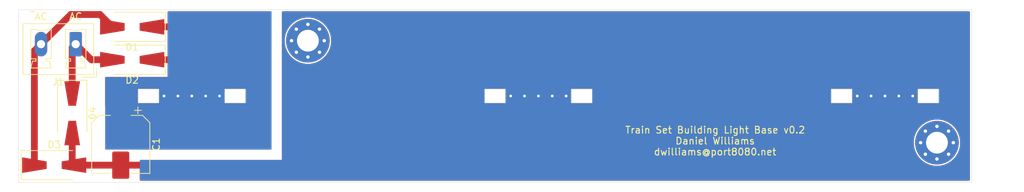
<source format=kicad_pcb>
(kicad_pcb (version 20171130) (host pcbnew "(5.1.8)-1")

  (general
    (thickness 1.6)
    (drawings 41)
    (tracks 33)
    (zones 0)
    (modules 8)
    (nets 5)
  )

  (page USLetter)
  (title_block
    (title "Train Set Building Light Base")
    (date 2021-01-07)
    (rev v0.2)
    (company "Daniel Williams")
  )

  (layers
    (0 F.Cu signal)
    (31 B.Cu signal)
    (32 B.Adhes user)
    (33 F.Adhes user)
    (34 B.Paste user)
    (35 F.Paste user)
    (36 B.SilkS user)
    (37 F.SilkS user)
    (38 B.Mask user)
    (39 F.Mask user)
    (40 Dwgs.User user)
    (41 Cmts.User user)
    (42 Eco1.User user)
    (43 Eco2.User user)
    (44 Edge.Cuts user)
    (45 Margin user)
    (46 B.CrtYd user)
    (47 F.CrtYd user)
    (48 B.Fab user)
    (49 F.Fab user)
  )

  (setup
    (last_trace_width 1)
    (trace_clearance 0.2)
    (zone_clearance 0)
    (zone_45_only no)
    (trace_min 0.2)
    (via_size 0.8)
    (via_drill 0.4)
    (via_min_size 0.4)
    (via_min_drill 0.3)
    (uvia_size 0.3)
    (uvia_drill 0.1)
    (uvias_allowed no)
    (uvia_min_size 0.2)
    (uvia_min_drill 0.1)
    (edge_width 0.05)
    (segment_width 0.2)
    (pcb_text_width 0.3)
    (pcb_text_size 1.5 1.5)
    (mod_edge_width 0.12)
    (mod_text_size 1 1)
    (mod_text_width 0.15)
    (pad_size 1.524 1.524)
    (pad_drill 0.762)
    (pad_to_mask_clearance 0)
    (aux_axis_origin 0 0)
    (visible_elements 7FFFFFFF)
    (pcbplotparams
      (layerselection 0x010fc_ffffffff)
      (usegerberextensions false)
      (usegerberattributes true)
      (usegerberadvancedattributes true)
      (creategerberjobfile true)
      (excludeedgelayer true)
      (linewidth 0.100000)
      (plotframeref false)
      (viasonmask false)
      (mode 1)
      (useauxorigin false)
      (hpglpennumber 1)
      (hpglpenspeed 20)
      (hpglpendiameter 15.000000)
      (psnegative false)
      (psa4output false)
      (plotreference true)
      (plotvalue true)
      (plotinvisibletext false)
      (padsonsilk false)
      (subtractmaskfromsilk false)
      (outputformat 1)
      (mirror false)
      (drillshape 0)
      (scaleselection 1)
      (outputdirectory "gerbers/"))
  )

  (net 0 "")
  (net 1 +VDC)
  (net 2 GND)
  (net 3 "Net-(D1-Pad2)")
  (net 4 "Net-(D2-Pad2)")

  (net_class Default "This is the default net class."
    (clearance 0.2)
    (trace_width 1)
    (via_dia 0.8)
    (via_drill 0.4)
    (uvia_dia 0.3)
    (uvia_drill 0.1)
    (add_net +VDC)
    (add_net GND)
    (add_net "Net-(D1-Pad2)")
    (add_net "Net-(D2-Pad2)")
  )

  (module MountingHole:MountingHole_3.2mm_M3_Pad_Via (layer F.Cu) (tedit 56DDBCCA) (tstamp 5FEDA75D)
    (at 210.82 95.758)
    (descr "Mounting Hole 3.2mm, M3")
    (tags "mounting hole 3.2mm m3")
    (attr virtual)
    (fp_text reference REF** (at 0 -4.2) (layer F.SilkS) hide
      (effects (font (size 1 1) (thickness 0.15)))
    )
    (fp_text value MountingHole_3.2mm_M3_Pad_Via (at 0 4.2) (layer F.Fab)
      (effects (font (size 1 1) (thickness 0.15)))
    )
    (fp_circle (center 0 0) (end 3.45 0) (layer F.CrtYd) (width 0.05))
    (fp_circle (center 0 0) (end 3.2 0) (layer Cmts.User) (width 0.15))
    (fp_text user %R (at 0.3 0) (layer F.Fab)
      (effects (font (size 1 1) (thickness 0.15)))
    )
    (pad 1 thru_hole circle (at 0 0) (size 6.4 6.4) (drill 3.2) (layers *.Cu *.Mask))
    (pad 1 thru_hole circle (at 2.4 0) (size 0.8 0.8) (drill 0.5) (layers *.Cu *.Mask))
    (pad 1 thru_hole circle (at 1.697056 1.697056) (size 0.8 0.8) (drill 0.5) (layers *.Cu *.Mask))
    (pad 1 thru_hole circle (at 0 2.4) (size 0.8 0.8) (drill 0.5) (layers *.Cu *.Mask))
    (pad 1 thru_hole circle (at -1.697056 1.697056) (size 0.8 0.8) (drill 0.5) (layers *.Cu *.Mask))
    (pad 1 thru_hole circle (at -2.4 0) (size 0.8 0.8) (drill 0.5) (layers *.Cu *.Mask))
    (pad 1 thru_hole circle (at -1.697056 -1.697056) (size 0.8 0.8) (drill 0.5) (layers *.Cu *.Mask))
    (pad 1 thru_hole circle (at 0 -2.4) (size 0.8 0.8) (drill 0.5) (layers *.Cu *.Mask))
    (pad 1 thru_hole circle (at 1.697056 -1.697056) (size 0.8 0.8) (drill 0.5) (layers *.Cu *.Mask))
  )

  (module MountingHole:MountingHole_3.2mm_M3_Pad_Via (layer F.Cu) (tedit 56DDBCCA) (tstamp 5FEDA74C)
    (at 118.618 80.772)
    (descr "Mounting Hole 3.2mm, M3")
    (tags "mounting hole 3.2mm m3")
    (attr virtual)
    (fp_text reference REF** (at 0 -4.2) (layer F.SilkS) hide
      (effects (font (size 1 1) (thickness 0.15)))
    )
    (fp_text value MountingHole_3.2mm_M3_Pad_Via (at 0 4.2) (layer F.Fab)
      (effects (font (size 1 1) (thickness 0.15)))
    )
    (fp_circle (center 0 0) (end 3.45 0) (layer F.CrtYd) (width 0.05))
    (fp_circle (center 0 0) (end 3.2 0) (layer Cmts.User) (width 0.15))
    (fp_text user %R (at 0.3 0) (layer F.Fab)
      (effects (font (size 1 1) (thickness 0.15)))
    )
    (pad 1 thru_hole circle (at 1.697056 -1.697056) (size 0.8 0.8) (drill 0.5) (layers *.Cu *.Mask))
    (pad 1 thru_hole circle (at 0 -2.4) (size 0.8 0.8) (drill 0.5) (layers *.Cu *.Mask))
    (pad 1 thru_hole circle (at -1.697056 -1.697056) (size 0.8 0.8) (drill 0.5) (layers *.Cu *.Mask))
    (pad 1 thru_hole circle (at -2.4 0) (size 0.8 0.8) (drill 0.5) (layers *.Cu *.Mask))
    (pad 1 thru_hole circle (at -1.697056 1.697056) (size 0.8 0.8) (drill 0.5) (layers *.Cu *.Mask))
    (pad 1 thru_hole circle (at 0 2.4) (size 0.8 0.8) (drill 0.5) (layers *.Cu *.Mask))
    (pad 1 thru_hole circle (at 1.697056 1.697056) (size 0.8 0.8) (drill 0.5) (layers *.Cu *.Mask))
    (pad 1 thru_hole circle (at 2.4 0) (size 0.8 0.8) (drill 0.5) (layers *.Cu *.Mask))
    (pad 1 thru_hole circle (at 0 0) (size 6.4 6.4) (drill 3.2) (layers *.Cu *.Mask))
  )

  (module Capacitor_SMD:CP_Elec_8x5.4 (layer F.Cu) (tedit 5BCA39D0) (tstamp 5FED992B)
    (at 91.186 96.01 270)
    (descr "SMD capacitor, aluminum electrolytic, Nichicon, 8.0x5.4mm")
    (tags "capacitor electrolytic")
    (path /6011A175)
    (attr smd)
    (fp_text reference C1 (at 0 -5.2 90) (layer F.SilkS)
      (effects (font (size 1 1) (thickness 0.15)))
    )
    (fp_text value 100uF (at 0 5.2 90) (layer F.Fab)
      (effects (font (size 1 1) (thickness 0.15)))
    )
    (fp_line (start -5.3 1.5) (end -4.4 1.5) (layer F.CrtYd) (width 0.05))
    (fp_line (start -5.3 -1.5) (end -5.3 1.5) (layer F.CrtYd) (width 0.05))
    (fp_line (start -4.4 -1.5) (end -5.3 -1.5) (layer F.CrtYd) (width 0.05))
    (fp_line (start -4.4 1.5) (end -4.4 3.25) (layer F.CrtYd) (width 0.05))
    (fp_line (start -4.4 -3.25) (end -4.4 -1.5) (layer F.CrtYd) (width 0.05))
    (fp_line (start -4.4 -3.25) (end -3.25 -4.4) (layer F.CrtYd) (width 0.05))
    (fp_line (start -4.4 3.25) (end -3.25 4.4) (layer F.CrtYd) (width 0.05))
    (fp_line (start -3.25 -4.4) (end 4.4 -4.4) (layer F.CrtYd) (width 0.05))
    (fp_line (start -3.25 4.4) (end 4.4 4.4) (layer F.CrtYd) (width 0.05))
    (fp_line (start 4.4 1.5) (end 4.4 4.4) (layer F.CrtYd) (width 0.05))
    (fp_line (start 5.3 1.5) (end 4.4 1.5) (layer F.CrtYd) (width 0.05))
    (fp_line (start 5.3 -1.5) (end 5.3 1.5) (layer F.CrtYd) (width 0.05))
    (fp_line (start 4.4 -1.5) (end 5.3 -1.5) (layer F.CrtYd) (width 0.05))
    (fp_line (start 4.4 -4.4) (end 4.4 -1.5) (layer F.CrtYd) (width 0.05))
    (fp_line (start -5 -3.01) (end -5 -2.01) (layer F.SilkS) (width 0.12))
    (fp_line (start -5.5 -2.51) (end -4.5 -2.51) (layer F.SilkS) (width 0.12))
    (fp_line (start -4.26 3.195563) (end -3.195563 4.26) (layer F.SilkS) (width 0.12))
    (fp_line (start -4.26 -3.195563) (end -3.195563 -4.26) (layer F.SilkS) (width 0.12))
    (fp_line (start -4.26 -3.195563) (end -4.26 -1.51) (layer F.SilkS) (width 0.12))
    (fp_line (start -4.26 3.195563) (end -4.26 1.51) (layer F.SilkS) (width 0.12))
    (fp_line (start -3.195563 4.26) (end 4.26 4.26) (layer F.SilkS) (width 0.12))
    (fp_line (start -3.195563 -4.26) (end 4.26 -4.26) (layer F.SilkS) (width 0.12))
    (fp_line (start 4.26 -4.26) (end 4.26 -1.51) (layer F.SilkS) (width 0.12))
    (fp_line (start 4.26 4.26) (end 4.26 1.51) (layer F.SilkS) (width 0.12))
    (fp_line (start -3.162278 -1.9) (end -3.162278 -1.1) (layer F.Fab) (width 0.1))
    (fp_line (start -3.562278 -1.5) (end -2.762278 -1.5) (layer F.Fab) (width 0.1))
    (fp_line (start -4.15 3.15) (end -3.15 4.15) (layer F.Fab) (width 0.1))
    (fp_line (start -4.15 -3.15) (end -3.15 -4.15) (layer F.Fab) (width 0.1))
    (fp_line (start -4.15 -3.15) (end -4.15 3.15) (layer F.Fab) (width 0.1))
    (fp_line (start -3.15 4.15) (end 4.15 4.15) (layer F.Fab) (width 0.1))
    (fp_line (start -3.15 -4.15) (end 4.15 -4.15) (layer F.Fab) (width 0.1))
    (fp_line (start 4.15 -4.15) (end 4.15 4.15) (layer F.Fab) (width 0.1))
    (fp_circle (center 0 0) (end 4 0) (layer F.Fab) (width 0.1))
    (fp_text user %R (at 0 0 90) (layer F.Fab)
      (effects (font (size 1 1) (thickness 0.15)))
    )
    (pad 1 smd roundrect (at -3.05 0 270) (size 4 2.5) (layers F.Cu F.Paste F.Mask) (roundrect_rratio 0.1)
      (net 1 +VDC))
    (pad 2 smd roundrect (at 3.05 0 270) (size 4 2.5) (layers F.Cu F.Paste F.Mask) (roundrect_rratio 0.1)
      (net 2 GND))
    (model ${KISYS3DMOD}/Capacitor_SMD.3dshapes/CP_Elec_8x5.4.wrl
      (at (xyz 0 0 0))
      (scale (xyz 1 1 1))
      (rotate (xyz 0 0 0))
    )
  )

  (module Diode_SMD:D_SMA-SMB_Universal_Handsoldering (layer F.Cu) (tedit 5864381A) (tstamp 5FED9947)
    (at 92.858 78.74 180)
    (descr "Diode, Universal, SMA (DO-214AC) or SMB (DO-214AA), Handsoldering,")
    (tags "Diode Universal SMA (DO-214AC) SMB (DO-214AA) Handsoldering ")
    (path /6011B92A)
    (attr smd)
    (fp_text reference D1 (at 0 -3) (layer F.SilkS)
      (effects (font (size 1 1) (thickness 0.15)))
    )
    (fp_text value D (at 0 3.1) (layer F.Fab)
      (effects (font (size 1 1) (thickness 0.15)))
    )
    (fp_line (start -4.85 -2.15) (end -4.85 2.15) (layer F.SilkS) (width 0.12))
    (fp_line (start 2.3 2) (end -2.3 2) (layer F.Fab) (width 0.1))
    (fp_line (start -2.3 2) (end -2.3 -2) (layer F.Fab) (width 0.1))
    (fp_line (start 2.3 -2) (end 2.3 2) (layer F.Fab) (width 0.1))
    (fp_line (start 2.3 -2) (end -2.3 -2) (layer F.Fab) (width 0.1))
    (fp_line (start 2.3 1.5) (end -2.3 1.5) (layer F.Fab) (width 0.1))
    (fp_line (start -2.3 1.5) (end -2.3 -1.5) (layer F.Fab) (width 0.1))
    (fp_line (start 2.3 -1.5) (end 2.3 1.5) (layer F.Fab) (width 0.1))
    (fp_line (start 2.3 -1.5) (end -2.3 -1.5) (layer F.Fab) (width 0.1))
    (fp_line (start -4.95 -2.25) (end 4.95 -2.25) (layer F.CrtYd) (width 0.05))
    (fp_line (start 4.95 -2.25) (end 4.95 2.25) (layer F.CrtYd) (width 0.05))
    (fp_line (start 4.95 2.25) (end -4.95 2.25) (layer F.CrtYd) (width 0.05))
    (fp_line (start -4.95 2.25) (end -4.95 -2.25) (layer F.CrtYd) (width 0.05))
    (fp_line (start -0.64944 0.00102) (end -1.55114 0.00102) (layer F.Fab) (width 0.1))
    (fp_line (start 0.50118 0.00102) (end 1.4994 0.00102) (layer F.Fab) (width 0.1))
    (fp_line (start -0.64944 -0.79908) (end -0.64944 0.80112) (layer F.Fab) (width 0.1))
    (fp_line (start 0.50118 0.75032) (end 0.50118 -0.79908) (layer F.Fab) (width 0.1))
    (fp_line (start -0.64944 0.00102) (end 0.50118 0.75032) (layer F.Fab) (width 0.1))
    (fp_line (start -0.64944 0.00102) (end 0.50118 -0.79908) (layer F.Fab) (width 0.1))
    (fp_line (start -4.85 2.15) (end 2.7 2.15) (layer F.SilkS) (width 0.12))
    (fp_line (start -4.85 -2.15) (end 2.7 -2.15) (layer F.SilkS) (width 0.12))
    (fp_text user %R (at 0 -3) (layer F.Fab)
      (effects (font (size 1 1) (thickness 0.15)))
    )
    (pad 2 smd trapezoid (at 2.9 0) (size 3.6 1.7) (rect_delta 0.6 0 ) (layers F.Cu F.Paste F.Mask)
      (net 3 "Net-(D1-Pad2)"))
    (pad 1 smd trapezoid (at -2.9 0 180) (size 3.6 1.7) (rect_delta 0.6 0 ) (layers F.Cu F.Paste F.Mask)
      (net 1 +VDC))
    (model ${KISYS3DMOD}/Diode_SMD.3dshapes/D_SMB.wrl
      (at (xyz 0 0 0))
      (scale (xyz 1 1 1))
      (rotate (xyz 0 0 0))
    )
  )

  (module Diode_SMD:D_SMA-SMB_Universal_Handsoldering (layer F.Cu) (tedit 5864381A) (tstamp 5FED9963)
    (at 92.858 83.566 180)
    (descr "Diode, Universal, SMA (DO-214AC) or SMB (DO-214AA), Handsoldering,")
    (tags "Diode Universal SMA (DO-214AC) SMB (DO-214AA) Handsoldering ")
    (path /6011B6BC)
    (attr smd)
    (fp_text reference D2 (at 0 -3) (layer F.SilkS)
      (effects (font (size 1 1) (thickness 0.15)))
    )
    (fp_text value D (at 0 3.1) (layer F.Fab)
      (effects (font (size 1 1) (thickness 0.15)))
    )
    (fp_line (start -4.85 -2.15) (end 2.7 -2.15) (layer F.SilkS) (width 0.12))
    (fp_line (start -4.85 2.15) (end 2.7 2.15) (layer F.SilkS) (width 0.12))
    (fp_line (start -0.64944 0.00102) (end 0.50118 -0.79908) (layer F.Fab) (width 0.1))
    (fp_line (start -0.64944 0.00102) (end 0.50118 0.75032) (layer F.Fab) (width 0.1))
    (fp_line (start 0.50118 0.75032) (end 0.50118 -0.79908) (layer F.Fab) (width 0.1))
    (fp_line (start -0.64944 -0.79908) (end -0.64944 0.80112) (layer F.Fab) (width 0.1))
    (fp_line (start 0.50118 0.00102) (end 1.4994 0.00102) (layer F.Fab) (width 0.1))
    (fp_line (start -0.64944 0.00102) (end -1.55114 0.00102) (layer F.Fab) (width 0.1))
    (fp_line (start -4.95 2.25) (end -4.95 -2.25) (layer F.CrtYd) (width 0.05))
    (fp_line (start 4.95 2.25) (end -4.95 2.25) (layer F.CrtYd) (width 0.05))
    (fp_line (start 4.95 -2.25) (end 4.95 2.25) (layer F.CrtYd) (width 0.05))
    (fp_line (start -4.95 -2.25) (end 4.95 -2.25) (layer F.CrtYd) (width 0.05))
    (fp_line (start 2.3 -1.5) (end -2.3 -1.5) (layer F.Fab) (width 0.1))
    (fp_line (start 2.3 -1.5) (end 2.3 1.5) (layer F.Fab) (width 0.1))
    (fp_line (start -2.3 1.5) (end -2.3 -1.5) (layer F.Fab) (width 0.1))
    (fp_line (start 2.3 1.5) (end -2.3 1.5) (layer F.Fab) (width 0.1))
    (fp_line (start 2.3 -2) (end -2.3 -2) (layer F.Fab) (width 0.1))
    (fp_line (start 2.3 -2) (end 2.3 2) (layer F.Fab) (width 0.1))
    (fp_line (start -2.3 2) (end -2.3 -2) (layer F.Fab) (width 0.1))
    (fp_line (start 2.3 2) (end -2.3 2) (layer F.Fab) (width 0.1))
    (fp_line (start -4.85 -2.15) (end -4.85 2.15) (layer F.SilkS) (width 0.12))
    (fp_text user %R (at 0 -3) (layer F.Fab)
      (effects (font (size 1 1) (thickness 0.15)))
    )
    (pad 1 smd trapezoid (at -2.9 0 180) (size 3.6 1.7) (rect_delta 0.6 0 ) (layers F.Cu F.Paste F.Mask)
      (net 1 +VDC))
    (pad 2 smd trapezoid (at 2.9 0) (size 3.6 1.7) (rect_delta 0.6 0 ) (layers F.Cu F.Paste F.Mask)
      (net 4 "Net-(D2-Pad2)"))
    (model ${KISYS3DMOD}/Diode_SMD.3dshapes/D_SMB.wrl
      (at (xyz 0 0 0))
      (scale (xyz 1 1 1))
      (rotate (xyz 0 0 0))
    )
  )

  (module Diode_SMD:D_SMA-SMB_Universal_Handsoldering (layer F.Cu) (tedit 5864381A) (tstamp 5FEDA05A)
    (at 81.428 99.06)
    (descr "Diode, Universal, SMA (DO-214AC) or SMB (DO-214AA), Handsoldering,")
    (tags "Diode Universal SMA (DO-214AC) SMB (DO-214AA) Handsoldering ")
    (path /60119F14)
    (attr smd)
    (fp_text reference D3 (at 0 -3) (layer F.SilkS)
      (effects (font (size 1 1) (thickness 0.15)))
    )
    (fp_text value D (at 0 3.1) (layer F.Fab)
      (effects (font (size 1 1) (thickness 0.15)))
    )
    (fp_line (start -4.85 -2.15) (end 2.7 -2.15) (layer F.SilkS) (width 0.12))
    (fp_line (start -4.85 2.15) (end 2.7 2.15) (layer F.SilkS) (width 0.12))
    (fp_line (start -0.64944 0.00102) (end 0.50118 -0.79908) (layer F.Fab) (width 0.1))
    (fp_line (start -0.64944 0.00102) (end 0.50118 0.75032) (layer F.Fab) (width 0.1))
    (fp_line (start 0.50118 0.75032) (end 0.50118 -0.79908) (layer F.Fab) (width 0.1))
    (fp_line (start -0.64944 -0.79908) (end -0.64944 0.80112) (layer F.Fab) (width 0.1))
    (fp_line (start 0.50118 0.00102) (end 1.4994 0.00102) (layer F.Fab) (width 0.1))
    (fp_line (start -0.64944 0.00102) (end -1.55114 0.00102) (layer F.Fab) (width 0.1))
    (fp_line (start -4.95 2.25) (end -4.95 -2.25) (layer F.CrtYd) (width 0.05))
    (fp_line (start 4.95 2.25) (end -4.95 2.25) (layer F.CrtYd) (width 0.05))
    (fp_line (start 4.95 -2.25) (end 4.95 2.25) (layer F.CrtYd) (width 0.05))
    (fp_line (start -4.95 -2.25) (end 4.95 -2.25) (layer F.CrtYd) (width 0.05))
    (fp_line (start 2.3 -1.5) (end -2.3 -1.5) (layer F.Fab) (width 0.1))
    (fp_line (start 2.3 -1.5) (end 2.3 1.5) (layer F.Fab) (width 0.1))
    (fp_line (start -2.3 1.5) (end -2.3 -1.5) (layer F.Fab) (width 0.1))
    (fp_line (start 2.3 1.5) (end -2.3 1.5) (layer F.Fab) (width 0.1))
    (fp_line (start 2.3 -2) (end -2.3 -2) (layer F.Fab) (width 0.1))
    (fp_line (start 2.3 -2) (end 2.3 2) (layer F.Fab) (width 0.1))
    (fp_line (start -2.3 2) (end -2.3 -2) (layer F.Fab) (width 0.1))
    (fp_line (start 2.3 2) (end -2.3 2) (layer F.Fab) (width 0.1))
    (fp_line (start -4.85 -2.15) (end -4.85 2.15) (layer F.SilkS) (width 0.12))
    (fp_text user %R (at 0 -3) (layer F.Fab)
      (effects (font (size 1 1) (thickness 0.15)))
    )
    (pad 1 smd trapezoid (at -2.9 0) (size 3.6 1.7) (rect_delta 0.6 0 ) (layers F.Cu F.Paste F.Mask)
      (net 3 "Net-(D1-Pad2)"))
    (pad 2 smd trapezoid (at 2.9 0 180) (size 3.6 1.7) (rect_delta 0.6 0 ) (layers F.Cu F.Paste F.Mask)
      (net 2 GND))
    (model ${KISYS3DMOD}/Diode_SMD.3dshapes/D_SMB.wrl
      (at (xyz 0 0 0))
      (scale (xyz 1 1 1))
      (rotate (xyz 0 0 0))
    )
  )

  (module Diode_SMD:D_SMA-SMB_Universal_Handsoldering (layer F.Cu) (tedit 5864381A) (tstamp 5FEDA009)
    (at 84.074 91.44 270)
    (descr "Diode, Universal, SMA (DO-214AC) or SMB (DO-214AA), Handsoldering,")
    (tags "Diode Universal SMA (DO-214AC) SMB (DO-214AA) Handsoldering ")
    (path /6011B48F)
    (attr smd)
    (fp_text reference D4 (at 0 -3 90) (layer F.SilkS)
      (effects (font (size 1 1) (thickness 0.15)))
    )
    (fp_text value D (at 0 3.1 90) (layer F.Fab)
      (effects (font (size 1 1) (thickness 0.15)))
    )
    (fp_line (start -4.85 -2.15) (end -4.85 2.15) (layer F.SilkS) (width 0.12))
    (fp_line (start 2.3 2) (end -2.3 2) (layer F.Fab) (width 0.1))
    (fp_line (start -2.3 2) (end -2.3 -2) (layer F.Fab) (width 0.1))
    (fp_line (start 2.3 -2) (end 2.3 2) (layer F.Fab) (width 0.1))
    (fp_line (start 2.3 -2) (end -2.3 -2) (layer F.Fab) (width 0.1))
    (fp_line (start 2.3 1.5) (end -2.3 1.5) (layer F.Fab) (width 0.1))
    (fp_line (start -2.3 1.5) (end -2.3 -1.5) (layer F.Fab) (width 0.1))
    (fp_line (start 2.3 -1.5) (end 2.3 1.5) (layer F.Fab) (width 0.1))
    (fp_line (start 2.3 -1.5) (end -2.3 -1.5) (layer F.Fab) (width 0.1))
    (fp_line (start -4.95 -2.25) (end 4.95 -2.25) (layer F.CrtYd) (width 0.05))
    (fp_line (start 4.95 -2.25) (end 4.95 2.25) (layer F.CrtYd) (width 0.05))
    (fp_line (start 4.95 2.25) (end -4.95 2.25) (layer F.CrtYd) (width 0.05))
    (fp_line (start -4.95 2.25) (end -4.95 -2.25) (layer F.CrtYd) (width 0.05))
    (fp_line (start -0.64944 0.00102) (end -1.55114 0.00102) (layer F.Fab) (width 0.1))
    (fp_line (start 0.50118 0.00102) (end 1.4994 0.00102) (layer F.Fab) (width 0.1))
    (fp_line (start -0.64944 -0.79908) (end -0.64944 0.80112) (layer F.Fab) (width 0.1))
    (fp_line (start 0.50118 0.75032) (end 0.50118 -0.79908) (layer F.Fab) (width 0.1))
    (fp_line (start -0.64944 0.00102) (end 0.50118 0.75032) (layer F.Fab) (width 0.1))
    (fp_line (start -0.64944 0.00102) (end 0.50118 -0.79908) (layer F.Fab) (width 0.1))
    (fp_line (start -4.85 2.15) (end 2.7 2.15) (layer F.SilkS) (width 0.12))
    (fp_line (start -4.85 -2.15) (end 2.7 -2.15) (layer F.SilkS) (width 0.12))
    (fp_text user %R (at 0 -3 90) (layer F.Fab)
      (effects (font (size 1 1) (thickness 0.15)))
    )
    (pad 2 smd trapezoid (at 2.9 0 90) (size 3.6 1.7) (rect_delta 0.6 0 ) (layers F.Cu F.Paste F.Mask)
      (net 2 GND))
    (pad 1 smd trapezoid (at -2.9 0 270) (size 3.6 1.7) (rect_delta 0.6 0 ) (layers F.Cu F.Paste F.Mask)
      (net 4 "Net-(D2-Pad2)"))
    (model ${KISYS3DMOD}/Diode_SMD.3dshapes/D_SMB.wrl
      (at (xyz 0 0 0))
      (scale (xyz 1 1 1))
      (rotate (xyz 0 0 0))
    )
  )

  (module Connector_Phoenix_MC_HighVoltage:PhoenixContact_MCV_1,5_2-G-5.08_1x02_P5.08mm_Vertical (layer F.Cu) (tedit 5B784ED3) (tstamp 5FED99CE)
    (at 84.582 81.28 180)
    (descr "Generic Phoenix Contact connector footprint for: MCV_1,5/2-G-5.08; number of pins: 02; pin pitch: 5.08mm; Vertical || order number: 1836299 8A 320V")
    (tags "phoenix_contact connector MCV_01x02_G_5.08mm")
    (path /6011A610)
    (fp_text reference J1 (at 2.54 -5.55) (layer F.SilkS)
      (effects (font (size 1 1) (thickness 0.15)))
    )
    (fp_text value Screw_Terminal_01x02 (at 2.54 4.1) (layer F.Fab)
      (effects (font (size 1 1) (thickness 0.15)))
    )
    (fp_line (start -3.04 -4.85) (end -1.04 -4.85) (layer F.Fab) (width 0.1))
    (fp_line (start -3.04 -3.6) (end -3.04 -4.85) (layer F.Fab) (width 0.1))
    (fp_line (start -3.04 -4.85) (end -1.04 -4.85) (layer F.SilkS) (width 0.12))
    (fp_line (start -3.04 -3.6) (end -3.04 -4.85) (layer F.SilkS) (width 0.12))
    (fp_line (start 8.12 -4.85) (end -3.04 -4.85) (layer F.CrtYd) (width 0.05))
    (fp_line (start 8.12 3.4) (end 8.12 -4.85) (layer F.CrtYd) (width 0.05))
    (fp_line (start -3.04 3.4) (end 8.12 3.4) (layer F.CrtYd) (width 0.05))
    (fp_line (start -3.04 -4.85) (end -3.04 3.4) (layer F.CrtYd) (width 0.05))
    (fp_line (start 6.58 2.15) (end 5.83 2.15) (layer F.SilkS) (width 0.12))
    (fp_line (start 6.58 -2.15) (end 6.58 2.15) (layer F.SilkS) (width 0.12))
    (fp_line (start 5.83 -2.15) (end 6.58 -2.15) (layer F.SilkS) (width 0.12))
    (fp_line (start 5.83 -2.5) (end 5.83 -2.15) (layer F.SilkS) (width 0.12))
    (fp_line (start 6.33 -2.5) (end 5.83 -2.5) (layer F.SilkS) (width 0.12))
    (fp_line (start 6.58 -3.5) (end 6.33 -2.5) (layer F.SilkS) (width 0.12))
    (fp_line (start 3.58 -3.5) (end 6.58 -3.5) (layer F.SilkS) (width 0.12))
    (fp_line (start 3.83 -2.5) (end 3.58 -3.5) (layer F.SilkS) (width 0.12))
    (fp_line (start 4.33 -2.5) (end 3.83 -2.5) (layer F.SilkS) (width 0.12))
    (fp_line (start 4.33 -2.15) (end 4.33 -2.5) (layer F.SilkS) (width 0.12))
    (fp_line (start 3.58 -2.15) (end 4.33 -2.15) (layer F.SilkS) (width 0.12))
    (fp_line (start 3.58 2.15) (end 3.58 -2.15) (layer F.SilkS) (width 0.12))
    (fp_line (start 4.33 2.15) (end 3.58 2.15) (layer F.SilkS) (width 0.12))
    (fp_line (start 1.5 2.15) (end 0.75 2.15) (layer F.SilkS) (width 0.12))
    (fp_line (start 1.5 -2.15) (end 1.5 2.15) (layer F.SilkS) (width 0.12))
    (fp_line (start 0.75 -2.15) (end 1.5 -2.15) (layer F.SilkS) (width 0.12))
    (fp_line (start 0.75 -2.5) (end 0.75 -2.15) (layer F.SilkS) (width 0.12))
    (fp_line (start 1.25 -2.5) (end 0.75 -2.5) (layer F.SilkS) (width 0.12))
    (fp_line (start 1.5 -3.5) (end 1.25 -2.5) (layer F.SilkS) (width 0.12))
    (fp_line (start -1.5 -3.5) (end 1.5 -3.5) (layer F.SilkS) (width 0.12))
    (fp_line (start -1.25 -2.5) (end -1.5 -3.5) (layer F.SilkS) (width 0.12))
    (fp_line (start -0.75 -2.5) (end -1.25 -2.5) (layer F.SilkS) (width 0.12))
    (fp_line (start -0.75 -2.15) (end -0.75 -2.5) (layer F.SilkS) (width 0.12))
    (fp_line (start -1.5 -2.15) (end -0.75 -2.15) (layer F.SilkS) (width 0.12))
    (fp_line (start -1.5 2.15) (end -1.5 -2.15) (layer F.SilkS) (width 0.12))
    (fp_line (start -0.75 2.15) (end -1.5 2.15) (layer F.SilkS) (width 0.12))
    (fp_line (start 7.62 -4.35) (end -2.54 -4.35) (layer F.Fab) (width 0.1))
    (fp_line (start 7.62 2.9) (end 7.62 -4.35) (layer F.Fab) (width 0.1))
    (fp_line (start -2.54 2.9) (end 7.62 2.9) (layer F.Fab) (width 0.1))
    (fp_line (start -2.54 -4.35) (end -2.54 2.9) (layer F.Fab) (width 0.1))
    (fp_line (start 7.73 -4.46) (end -2.65 -4.46) (layer F.SilkS) (width 0.12))
    (fp_line (start 7.73 3.01) (end 7.73 -4.46) (layer F.SilkS) (width 0.12))
    (fp_line (start -2.65 3.01) (end 7.73 3.01) (layer F.SilkS) (width 0.12))
    (fp_line (start -2.65 -4.46) (end -2.65 3.01) (layer F.SilkS) (width 0.12))
    (fp_arc (start 0 3.85) (end -0.75 2.15) (angle 47.6) (layer F.SilkS) (width 0.12))
    (fp_arc (start 5.08 3.85) (end 4.33 2.15) (angle 47.6) (layer F.SilkS) (width 0.12))
    (fp_text user %R (at 2.54 -3.65) (layer F.Fab)
      (effects (font (size 1 1) (thickness 0.15)))
    )
    (pad 1 thru_hole roundrect (at 0 0 180) (size 1.8 3.6) (drill 1.2) (layers *.Cu *.Mask) (roundrect_rratio 0.1388888888888889)
      (net 4 "Net-(D2-Pad2)"))
    (pad 2 thru_hole oval (at 5.08 0 180) (size 1.8 3.6) (drill 1.2) (layers *.Cu *.Mask)
      (net 3 "Net-(D1-Pad2)"))
    (model ${KISYS3DMOD}/Connector_Phoenix_MC_HighVoltage.3dshapes/PhoenixContact_MCV_1,5_2-G-5.08_1x02_P5.08mm_Vertical.wrl
      (at (xyz 0 0 0))
      (scale (xyz 1 1 1))
      (rotate (xyz 0 0 0))
    )
  )

  (gr_text AC (at 84.582 77.216) (layer F.SilkS) (tstamp 5FEDA824)
    (effects (font (size 1 1) (thickness 0.15)))
  )
  (gr_text ~ (at 78.232 76.454) (layer F.SilkS)
    (effects (font (size 1 1) (thickness 0.15)))
  )
  (gr_text AC (at 79.502 77.216) (layer F.SilkS)
    (effects (font (size 1 1) (thickness 0.15)))
  )
  (gr_text "Train Set Building Light Base v0.2\nDaniel Williams\ndwilliams@port8080.net" (at 178.308 95.504) (layer F.SilkS)
    (effects (font (size 1 1) (thickness 0.15)))
  )
  (gr_line (start 113.792 88.392) (end 113.792 89.408) (layer Dwgs.User) (width 0.15))
  (gr_line (start 114.3 88.392) (end 114.3 89.408) (layer Dwgs.User) (width 0.15))
  (gr_line (start 211.074 87.884) (end 208.026 87.884) (layer Edge.Cuts) (width 0.05) (tstamp 5FED9779))
  (gr_line (start 211.074 89.916) (end 211.074 87.884) (layer Edge.Cuts) (width 0.05))
  (gr_line (start 208.026 89.916) (end 211.074 89.916) (layer Edge.Cuts) (width 0.05))
  (gr_line (start 208.026 87.884) (end 208.026 89.916) (layer Edge.Cuts) (width 0.05))
  (gr_line (start 198.374 87.884) (end 195.326 87.884) (layer Edge.Cuts) (width 0.05) (tstamp 5FED9778))
  (gr_line (start 198.374 89.916) (end 198.374 87.884) (layer Edge.Cuts) (width 0.05))
  (gr_line (start 195.326 89.916) (end 198.374 89.916) (layer Edge.Cuts) (width 0.05))
  (gr_line (start 195.326 87.884) (end 195.326 89.916) (layer Edge.Cuts) (width 0.05))
  (gr_line (start 160.274 87.884) (end 157.226 87.884) (layer Edge.Cuts) (width 0.05) (tstamp 5FED9777))
  (gr_line (start 160.274 89.916) (end 160.274 87.884) (layer Edge.Cuts) (width 0.05))
  (gr_line (start 157.226 89.916) (end 160.274 89.916) (layer Edge.Cuts) (width 0.05))
  (gr_line (start 157.226 87.884) (end 157.226 89.916) (layer Edge.Cuts) (width 0.05))
  (gr_line (start 147.574 87.884) (end 144.526 87.884) (layer Edge.Cuts) (width 0.05) (tstamp 5FED9776))
  (gr_line (start 147.574 89.916) (end 147.574 87.884) (layer Edge.Cuts) (width 0.05))
  (gr_line (start 144.526 89.916) (end 147.574 89.916) (layer Edge.Cuts) (width 0.05))
  (gr_line (start 144.526 87.884) (end 144.526 89.916) (layer Edge.Cuts) (width 0.05))
  (gr_line (start 109.474 87.884) (end 106.426 87.884) (layer Edge.Cuts) (width 0.05) (tstamp 5FED9775))
  (gr_line (start 109.474 89.916) (end 109.474 87.884) (layer Edge.Cuts) (width 0.05))
  (gr_line (start 106.426 89.916) (end 109.474 89.916) (layer Edge.Cuts) (width 0.05))
  (gr_line (start 106.426 87.884) (end 106.426 89.916) (layer Edge.Cuts) (width 0.05))
  (gr_line (start 96.774 87.884) (end 93.726 87.884) (layer Edge.Cuts) (width 0.05) (tstamp 5FED9774))
  (gr_line (start 96.774 89.916) (end 96.774 87.884) (layer Edge.Cuts) (width 0.05))
  (gr_line (start 93.726 89.916) (end 96.774 89.916) (layer Edge.Cuts) (width 0.05))
  (gr_line (start 93.726 87.884) (end 93.726 89.916) (layer Edge.Cuts) (width 0.05))
  (gr_line (start 106.68 88.9) (end 109.22 88.9) (layer Dwgs.User) (width 0.15))
  (gr_line (start 93.98 88.9) (end 96.52 88.9) (layer Dwgs.User) (width 0.15))
  (gr_line (start 208.28 88.9) (end 210.82 88.9) (layer Dwgs.User) (width 0.15))
  (gr_line (start 195.58 88.9) (end 198.12 88.9) (layer Dwgs.User) (width 0.15))
  (gr_line (start 157.48 88.9) (end 160.02 88.9) (layer Dwgs.User) (width 0.15))
  (gr_line (start 144.78 88.9) (end 147.32 88.9) (layer Dwgs.User) (width 0.15))
  (gr_line (start 88.9 89.916) (end 88.9 87.884) (layer Dwgs.User) (width 0.15) (tstamp 5FED9FEC))
  (gr_line (start 215.9 101.6) (end 76.2 101.6) (layer Edge.Cuts) (width 0.05) (tstamp 5FED9FE9))
  (gr_line (start 215.9 76.2) (end 215.9 101.6) (layer Edge.Cuts) (width 0.05))
  (gr_line (start 76.2 76.2) (end 215.9 76.2) (layer Edge.Cuts) (width 0.05))
  (gr_line (start 76.2 101.6) (end 76.2 76.2) (layer Edge.Cuts) (width 0.05))

  (segment (start 95.758 78.74) (end 98.806 78.74) (width 1) (layer F.Cu) (net 1))
  (segment (start 95.758 83.566) (end 98.806 83.566) (width 1) (layer F.Cu) (net 1))
  (segment (start 98.806 88.909318) (end 98.806 78.74) (width 1) (layer F.Cu) (net 1))
  (segment (start 94.755318 92.96) (end 98.806 88.909318) (width 1) (layer F.Cu) (net 1))
  (segment (start 91.186 92.96) (end 94.755318 92.96) (width 1) (layer F.Cu) (net 1))
  (via (at 97.536 88.9) (size 0.8) (drill 0.4) (layers F.Cu B.Cu) (net 1))
  (via (at 105.664 88.9) (size 0.8) (drill 0.4) (layers F.Cu B.Cu) (net 1))
  (via (at 101.6 88.9) (size 0.8) (drill 0.4) (layers F.Cu B.Cu) (net 1))
  (via (at 103.632 88.9) (size 0.8) (drill 0.4) (layers F.Cu B.Cu) (net 1))
  (via (at 99.568 88.9) (size 0.8) (drill 0.4) (layers F.Cu B.Cu) (net 1))
  (segment (start 84.074 98.806) (end 84.328 99.06) (width 1) (layer F.Cu) (net 2))
  (segment (start 84.074 94.34) (end 84.074 98.806) (width 1) (layer F.Cu) (net 2))
  (segment (start 84.328 99.06) (end 91.186 99.06) (width 1) (layer F.Cu) (net 2))
  (segment (start 91.186 99.06) (end 96.52 99.06) (width 1) (layer F.Cu) (net 2))
  (via (at 148.336 88.9) (size 0.8) (drill 0.4) (layers F.Cu B.Cu) (net 2))
  (via (at 156.464 88.9) (size 0.8) (drill 0.4) (layers F.Cu B.Cu) (net 2))
  (via (at 152.4 88.9) (size 0.8) (drill 0.4) (layers F.Cu B.Cu) (net 2))
  (via (at 150.368 88.9) (size 0.8) (drill 0.4) (layers F.Cu B.Cu) (net 2))
  (via (at 154.432 88.9) (size 0.8) (drill 0.4) (layers F.Cu B.Cu) (net 2))
  (via (at 199.136 88.9) (size 0.8) (drill 0.4) (layers F.Cu B.Cu) (net 2))
  (via (at 207.264 88.9) (size 0.8) (drill 0.4) (layers F.Cu B.Cu) (net 2))
  (via (at 203.2 88.9) (size 0.8) (drill 0.4) (layers F.Cu B.Cu) (net 2))
  (via (at 201.168 88.9) (size 0.8) (drill 0.4) (layers F.Cu B.Cu) (net 2))
  (via (at 205.232 88.9) (size 0.8) (drill 0.4) (layers F.Cu B.Cu) (net 2))
  (segment (start 78.528 82.254) (end 79.502 81.28) (width 1) (layer F.Cu) (net 3))
  (segment (start 78.528 99.06) (end 78.528 82.254) (width 1) (layer F.Cu) (net 3))
  (segment (start 83.85699 76.92501) (end 79.502 81.28) (width 1) (layer F.Cu) (net 3))
  (segment (start 88.14301 76.92501) (end 83.85699 76.92501) (width 1) (layer F.Cu) (net 3))
  (segment (start 89.958 78.74) (end 88.14301 76.92501) (width 1) (layer F.Cu) (net 3))
  (segment (start 84.074 81.788) (end 84.582 81.28) (width 1) (layer F.Cu) (net 4))
  (segment (start 84.074 88.54) (end 84.074 81.788) (width 1) (layer F.Cu) (net 4))
  (segment (start 86.868 83.566) (end 84.582 81.28) (width 1) (layer F.Cu) (net 4))
  (segment (start 89.958 83.566) (end 86.868 83.566) (width 1) (layer F.Cu) (net 4))

  (zone (net 1) (net_name +VDC) (layer F.Cu) (tstamp 5FEDA804) (hatch edge 0.508)
    (connect_pads (clearance 0))
    (min_thickness 0.254)
    (fill yes (arc_segments 32) (thermal_gap 0.508) (thermal_bridge_width 0.508))
    (polygon
      (pts
        (xy 113.284 96.774) (xy 93.98 96.774) (xy 93.98 90.424) (xy 88.9 90.424) (xy 88.9 86.106)
        (xy 98.044 86.106) (xy 98.044 76.454) (xy 113.284 76.454)
      )
    )
    (filled_polygon
      (pts
        (xy 113.157 96.647) (xy 94.107 96.647) (xy 94.107 90.424) (xy 94.10456 90.399224) (xy 94.097333 90.375399)
        (xy 94.085597 90.353443) (xy 94.069803 90.334197) (xy 94.050557 90.318403) (xy 94.028601 90.306667) (xy 94.004776 90.29944)
        (xy 93.98 90.297) (xy 89.027 90.297) (xy 89.027 87.884) (xy 93.573265 87.884) (xy 93.574 87.891462)
        (xy 93.574001 89.908528) (xy 93.573265 89.916) (xy 93.5762 89.945797) (xy 93.584891 89.974449) (xy 93.599005 90.000855)
        (xy 93.618 90.024) (xy 93.641145 90.042995) (xy 93.667551 90.057109) (xy 93.696203 90.0658) (xy 93.718538 90.068)
        (xy 93.726 90.068735) (xy 93.733462 90.068) (xy 96.766538 90.068) (xy 96.774 90.068735) (xy 96.781462 90.068)
        (xy 96.803797 90.0658) (xy 96.832449 90.057109) (xy 96.858855 90.042995) (xy 96.882 90.024) (xy 96.900995 90.000855)
        (xy 96.915109 89.974449) (xy 96.9238 89.945797) (xy 96.926735 89.916) (xy 96.926 89.908538) (xy 96.926 87.891462)
        (xy 96.926735 87.884) (xy 106.273265 87.884) (xy 106.274 87.891462) (xy 106.274001 89.908528) (xy 106.273265 89.916)
        (xy 106.2762 89.945797) (xy 106.284891 89.974449) (xy 106.299005 90.000855) (xy 106.318 90.024) (xy 106.341145 90.042995)
        (xy 106.367551 90.057109) (xy 106.396203 90.0658) (xy 106.418538 90.068) (xy 106.426 90.068735) (xy 106.433462 90.068)
        (xy 109.466538 90.068) (xy 109.474 90.068735) (xy 109.481462 90.068) (xy 109.503797 90.0658) (xy 109.532449 90.057109)
        (xy 109.558855 90.042995) (xy 109.582 90.024) (xy 109.600995 90.000855) (xy 109.615109 89.974449) (xy 109.6238 89.945797)
        (xy 109.626735 89.916) (xy 109.626 89.908538) (xy 109.626 87.891462) (xy 109.626735 87.884) (xy 109.6238 87.854203)
        (xy 109.615109 87.825551) (xy 109.600995 87.799145) (xy 109.582 87.776) (xy 109.558855 87.757005) (xy 109.532449 87.742891)
        (xy 109.503797 87.7342) (xy 109.481462 87.732) (xy 109.474 87.731265) (xy 109.466538 87.732) (xy 106.433462 87.732)
        (xy 106.426 87.731265) (xy 106.418538 87.732) (xy 106.396203 87.7342) (xy 106.367551 87.742891) (xy 106.341145 87.757005)
        (xy 106.318 87.776) (xy 106.299005 87.799145) (xy 106.284891 87.825551) (xy 106.2762 87.854203) (xy 106.273265 87.884)
        (xy 96.926735 87.884) (xy 96.9238 87.854203) (xy 96.915109 87.825551) (xy 96.900995 87.799145) (xy 96.882 87.776)
        (xy 96.858855 87.757005) (xy 96.832449 87.742891) (xy 96.803797 87.7342) (xy 96.781462 87.732) (xy 96.774 87.731265)
        (xy 96.766538 87.732) (xy 93.733462 87.732) (xy 93.726 87.731265) (xy 93.718538 87.732) (xy 93.696203 87.7342)
        (xy 93.667551 87.742891) (xy 93.641145 87.757005) (xy 93.618 87.776) (xy 93.599005 87.799145) (xy 93.584891 87.825551)
        (xy 93.5762 87.854203) (xy 93.573265 87.884) (xy 89.027 87.884) (xy 89.027 86.233) (xy 98.044 86.233)
        (xy 98.068776 86.23056) (xy 98.092601 86.223333) (xy 98.114557 86.211597) (xy 98.133803 86.195803) (xy 98.149597 86.176557)
        (xy 98.161333 86.154601) (xy 98.16856 86.130776) (xy 98.171 86.106) (xy 98.171 84.882717) (xy 98.183812 84.840482)
        (xy 98.196072 84.716) (xy 98.196072 83.693) (xy 98.171 83.693) (xy 98.171 83.439) (xy 98.196072 83.439)
        (xy 98.196072 82.416) (xy 98.18739 82.311102) (xy 98.171 82.250304) (xy 98.171 80.056717) (xy 98.183812 80.014482)
        (xy 98.196072 79.89) (xy 98.196072 78.867) (xy 98.171 78.867) (xy 98.171 78.613) (xy 98.196072 78.613)
        (xy 98.196072 77.59) (xy 98.18739 77.485102) (xy 98.171 77.424304) (xy 98.171 76.581) (xy 113.157 76.581)
      )
    )
  )
  (zone (net 2) (net_name GND) (layer F.Cu) (tstamp 5FEDA801) (hatch edge 0.508)
    (connect_pads (clearance 0))
    (min_thickness 0.254)
    (fill yes (arc_segments 32) (thermal_gap 0.508) (thermal_bridge_width 0.508))
    (polygon
      (pts
        (xy 215.646 101.346) (xy 93.98 101.346) (xy 93.98 98.298) (xy 114.808 98.298) (xy 114.808 76.454)
        (xy 215.646 76.454)
      )
    )
    (filled_polygon
      (pts
        (xy 215.519 101.219) (xy 94.107 101.219) (xy 94.107 98.425) (xy 114.808 98.425) (xy 114.832776 98.42256)
        (xy 114.856601 98.415333) (xy 114.878557 98.403597) (xy 114.897803 98.387803) (xy 114.913597 98.368557) (xy 114.925333 98.346601)
        (xy 114.93256 98.322776) (xy 114.935 98.298) (xy 114.935 95.410621) (xy 207.293 95.410621) (xy 207.293 96.105379)
        (xy 207.42854 96.786788) (xy 207.694413 97.428661) (xy 208.0804 98.006332) (xy 208.571668 98.4976) (xy 209.149339 98.883587)
        (xy 209.791212 99.14946) (xy 210.472621 99.285) (xy 211.167379 99.285) (xy 211.848788 99.14946) (xy 212.490661 98.883587)
        (xy 213.068332 98.4976) (xy 213.5596 98.006332) (xy 213.945587 97.428661) (xy 214.21146 96.786788) (xy 214.347 96.105379)
        (xy 214.347 95.410621) (xy 214.21146 94.729212) (xy 213.945587 94.087339) (xy 213.5596 93.509668) (xy 213.068332 93.0184)
        (xy 212.490661 92.632413) (xy 211.848788 92.36654) (xy 211.167379 92.231) (xy 210.472621 92.231) (xy 209.791212 92.36654)
        (xy 209.149339 92.632413) (xy 208.571668 93.0184) (xy 208.0804 93.509668) (xy 207.694413 94.087339) (xy 207.42854 94.729212)
        (xy 207.293 95.410621) (xy 114.935 95.410621) (xy 114.935 87.884) (xy 144.373265 87.884) (xy 144.374 87.891462)
        (xy 144.374001 89.908528) (xy 144.373265 89.916) (xy 144.3762 89.945797) (xy 144.384891 89.974449) (xy 144.399005 90.000855)
        (xy 144.418 90.024) (xy 144.441145 90.042995) (xy 144.467551 90.057109) (xy 144.496203 90.0658) (xy 144.518538 90.068)
        (xy 144.526 90.068735) (xy 144.533462 90.068) (xy 147.566538 90.068) (xy 147.574 90.068735) (xy 147.581462 90.068)
        (xy 147.603797 90.0658) (xy 147.632449 90.057109) (xy 147.658855 90.042995) (xy 147.682 90.024) (xy 147.700995 90.000855)
        (xy 147.715109 89.974449) (xy 147.7238 89.945797) (xy 147.726735 89.916) (xy 147.726 89.908538) (xy 147.726 87.891462)
        (xy 147.726735 87.884) (xy 157.073265 87.884) (xy 157.074 87.891462) (xy 157.074001 89.908528) (xy 157.073265 89.916)
        (xy 157.0762 89.945797) (xy 157.084891 89.974449) (xy 157.099005 90.000855) (xy 157.118 90.024) (xy 157.141145 90.042995)
        (xy 157.167551 90.057109) (xy 157.196203 90.0658) (xy 157.218538 90.068) (xy 157.226 90.068735) (xy 157.233462 90.068)
        (xy 160.266538 90.068) (xy 160.274 90.068735) (xy 160.281462 90.068) (xy 160.303797 90.0658) (xy 160.332449 90.057109)
        (xy 160.358855 90.042995) (xy 160.382 90.024) (xy 160.400995 90.000855) (xy 160.415109 89.974449) (xy 160.4238 89.945797)
        (xy 160.426735 89.916) (xy 160.426 89.908538) (xy 160.426 87.891462) (xy 160.426735 87.884) (xy 195.173265 87.884)
        (xy 195.174 87.891462) (xy 195.174001 89.908528) (xy 195.173265 89.916) (xy 195.1762 89.945797) (xy 195.184891 89.974449)
        (xy 195.199005 90.000855) (xy 195.218 90.024) (xy 195.241145 90.042995) (xy 195.267551 90.057109) (xy 195.296203 90.0658)
        (xy 195.318538 90.068) (xy 195.326 90.068735) (xy 195.333462 90.068) (xy 198.366538 90.068) (xy 198.374 90.068735)
        (xy 198.381462 90.068) (xy 198.403797 90.0658) (xy 198.432449 90.057109) (xy 198.458855 90.042995) (xy 198.482 90.024)
        (xy 198.500995 90.000855) (xy 198.515109 89.974449) (xy 198.5238 89.945797) (xy 198.526735 89.916) (xy 198.526 89.908538)
        (xy 198.526 87.891462) (xy 198.526735 87.884) (xy 207.873265 87.884) (xy 207.874 87.891462) (xy 207.874001 89.908528)
        (xy 207.873265 89.916) (xy 207.8762 89.945797) (xy 207.884891 89.974449) (xy 207.899005 90.000855) (xy 207.918 90.024)
        (xy 207.941145 90.042995) (xy 207.967551 90.057109) (xy 207.996203 90.0658) (xy 208.018538 90.068) (xy 208.026 90.068735)
        (xy 208.033462 90.068) (xy 211.066538 90.068) (xy 211.074 90.068735) (xy 211.081462 90.068) (xy 211.103797 90.0658)
        (xy 211.132449 90.057109) (xy 211.158855 90.042995) (xy 211.182 90.024) (xy 211.200995 90.000855) (xy 211.215109 89.974449)
        (xy 211.2238 89.945797) (xy 211.226735 89.916) (xy 211.226 89.908538) (xy 211.226 87.891462) (xy 211.226735 87.884)
        (xy 211.2238 87.854203) (xy 211.215109 87.825551) (xy 211.200995 87.799145) (xy 211.182 87.776) (xy 211.158855 87.757005)
        (xy 211.132449 87.742891) (xy 211.103797 87.7342) (xy 211.081462 87.732) (xy 211.074 87.731265) (xy 211.066538 87.732)
        (xy 208.033462 87.732) (xy 208.026 87.731265) (xy 208.018538 87.732) (xy 207.996203 87.7342) (xy 207.967551 87.742891)
        (xy 207.941145 87.757005) (xy 207.918 87.776) (xy 207.899005 87.799145) (xy 207.884891 87.825551) (xy 207.8762 87.854203)
        (xy 207.873265 87.884) (xy 198.526735 87.884) (xy 198.5238 87.854203) (xy 198.515109 87.825551) (xy 198.500995 87.799145)
        (xy 198.482 87.776) (xy 198.458855 87.757005) (xy 198.432449 87.742891) (xy 198.403797 87.7342) (xy 198.381462 87.732)
        (xy 198.374 87.731265) (xy 198.366538 87.732) (xy 195.333462 87.732) (xy 195.326 87.731265) (xy 195.318538 87.732)
        (xy 195.296203 87.7342) (xy 195.267551 87.742891) (xy 195.241145 87.757005) (xy 195.218 87.776) (xy 195.199005 87.799145)
        (xy 195.184891 87.825551) (xy 195.1762 87.854203) (xy 195.173265 87.884) (xy 160.426735 87.884) (xy 160.4238 87.854203)
        (xy 160.415109 87.825551) (xy 160.400995 87.799145) (xy 160.382 87.776) (xy 160.358855 87.757005) (xy 160.332449 87.742891)
        (xy 160.303797 87.7342) (xy 160.281462 87.732) (xy 160.274 87.731265) (xy 160.266538 87.732) (xy 157.233462 87.732)
        (xy 157.226 87.731265) (xy 157.218538 87.732) (xy 157.196203 87.7342) (xy 157.167551 87.742891) (xy 157.141145 87.757005)
        (xy 157.118 87.776) (xy 157.099005 87.799145) (xy 157.084891 87.825551) (xy 157.0762 87.854203) (xy 157.073265 87.884)
        (xy 147.726735 87.884) (xy 147.7238 87.854203) (xy 147.715109 87.825551) (xy 147.700995 87.799145) (xy 147.682 87.776)
        (xy 147.658855 87.757005) (xy 147.632449 87.742891) (xy 147.603797 87.7342) (xy 147.581462 87.732) (xy 147.574 87.731265)
        (xy 147.566538 87.732) (xy 144.533462 87.732) (xy 144.526 87.731265) (xy 144.518538 87.732) (xy 144.496203 87.7342)
        (xy 144.467551 87.742891) (xy 144.441145 87.757005) (xy 144.418 87.776) (xy 144.399005 87.799145) (xy 144.384891 87.825551)
        (xy 144.3762 87.854203) (xy 144.373265 87.884) (xy 114.935 87.884) (xy 114.935 80.424621) (xy 115.091 80.424621)
        (xy 115.091 81.119379) (xy 115.22654 81.800788) (xy 115.492413 82.442661) (xy 115.8784 83.020332) (xy 116.369668 83.5116)
        (xy 116.947339 83.897587) (xy 117.589212 84.16346) (xy 118.270621 84.299) (xy 118.965379 84.299) (xy 119.646788 84.16346)
        (xy 120.288661 83.897587) (xy 120.866332 83.5116) (xy 121.3576 83.020332) (xy 121.743587 82.442661) (xy 122.00946 81.800788)
        (xy 122.145 81.119379) (xy 122.145 80.424621) (xy 122.00946 79.743212) (xy 121.743587 79.101339) (xy 121.3576 78.523668)
        (xy 120.866332 78.0324) (xy 120.288661 77.646413) (xy 119.646788 77.38054) (xy 118.965379 77.245) (xy 118.270621 77.245)
        (xy 117.589212 77.38054) (xy 116.947339 77.646413) (xy 116.369668 78.0324) (xy 115.8784 78.523668) (xy 115.492413 79.101339)
        (xy 115.22654 79.743212) (xy 115.091 80.424621) (xy 114.935 80.424621) (xy 114.935 76.581) (xy 215.519 76.581)
      )
    )
  )
  (zone (net 1) (net_name +VDC) (layer B.Cu) (tstamp 0) (hatch edge 0.508)
    (connect_pads (clearance 0))
    (min_thickness 0.254)
    (fill yes (arc_segments 32) (thermal_gap 0.508) (thermal_bridge_width 0.508))
    (polygon
      (pts
        (xy 113.284 96.774) (xy 88.9 96.774) (xy 88.9 86.106) (xy 98.044 86.106) (xy 98.044 76.454)
        (xy 113.284 76.454)
      )
    )
    (filled_polygon
      (pts
        (xy 113.157 96.647) (xy 89.027 96.647) (xy 89.027 87.884) (xy 93.573265 87.884) (xy 93.574 87.891462)
        (xy 93.574001 89.908528) (xy 93.573265 89.916) (xy 93.5762 89.945797) (xy 93.584891 89.974449) (xy 93.599005 90.000855)
        (xy 93.618 90.024) (xy 93.641145 90.042995) (xy 93.667551 90.057109) (xy 93.696203 90.0658) (xy 93.718538 90.068)
        (xy 93.726 90.068735) (xy 93.733462 90.068) (xy 96.766538 90.068) (xy 96.774 90.068735) (xy 96.781462 90.068)
        (xy 96.803797 90.0658) (xy 96.832449 90.057109) (xy 96.858855 90.042995) (xy 96.882 90.024) (xy 96.900995 90.000855)
        (xy 96.915109 89.974449) (xy 96.9238 89.945797) (xy 96.926735 89.916) (xy 96.926 89.908538) (xy 96.926 87.891462)
        (xy 96.926735 87.884) (xy 106.273265 87.884) (xy 106.274 87.891462) (xy 106.274001 89.908528) (xy 106.273265 89.916)
        (xy 106.2762 89.945797) (xy 106.284891 89.974449) (xy 106.299005 90.000855) (xy 106.318 90.024) (xy 106.341145 90.042995)
        (xy 106.367551 90.057109) (xy 106.396203 90.0658) (xy 106.418538 90.068) (xy 106.426 90.068735) (xy 106.433462 90.068)
        (xy 109.466538 90.068) (xy 109.474 90.068735) (xy 109.481462 90.068) (xy 109.503797 90.0658) (xy 109.532449 90.057109)
        (xy 109.558855 90.042995) (xy 109.582 90.024) (xy 109.600995 90.000855) (xy 109.615109 89.974449) (xy 109.6238 89.945797)
        (xy 109.626735 89.916) (xy 109.626 89.908538) (xy 109.626 87.891462) (xy 109.626735 87.884) (xy 109.6238 87.854203)
        (xy 109.615109 87.825551) (xy 109.600995 87.799145) (xy 109.582 87.776) (xy 109.558855 87.757005) (xy 109.532449 87.742891)
        (xy 109.503797 87.7342) (xy 109.481462 87.732) (xy 109.474 87.731265) (xy 109.466538 87.732) (xy 106.433462 87.732)
        (xy 106.426 87.731265) (xy 106.418538 87.732) (xy 106.396203 87.7342) (xy 106.367551 87.742891) (xy 106.341145 87.757005)
        (xy 106.318 87.776) (xy 106.299005 87.799145) (xy 106.284891 87.825551) (xy 106.2762 87.854203) (xy 106.273265 87.884)
        (xy 96.926735 87.884) (xy 96.9238 87.854203) (xy 96.915109 87.825551) (xy 96.900995 87.799145) (xy 96.882 87.776)
        (xy 96.858855 87.757005) (xy 96.832449 87.742891) (xy 96.803797 87.7342) (xy 96.781462 87.732) (xy 96.774 87.731265)
        (xy 96.766538 87.732) (xy 93.733462 87.732) (xy 93.726 87.731265) (xy 93.718538 87.732) (xy 93.696203 87.7342)
        (xy 93.667551 87.742891) (xy 93.641145 87.757005) (xy 93.618 87.776) (xy 93.599005 87.799145) (xy 93.584891 87.825551)
        (xy 93.5762 87.854203) (xy 93.573265 87.884) (xy 89.027 87.884) (xy 89.027 86.233) (xy 98.044 86.233)
        (xy 98.068776 86.23056) (xy 98.092601 86.223333) (xy 98.114557 86.211597) (xy 98.133803 86.195803) (xy 98.149597 86.176557)
        (xy 98.161333 86.154601) (xy 98.16856 86.130776) (xy 98.171 86.106) (xy 98.171 76.581) (xy 113.157 76.581)
      )
    )
  )
  (zone (net 2) (net_name GND) (layer B.Cu) (tstamp 0) (hatch edge 0.508)
    (connect_pads (clearance 0))
    (min_thickness 0.254)
    (fill yes (arc_segments 32) (thermal_gap 0.508) (thermal_bridge_width 0.508))
    (polygon
      (pts
        (xy 215.646 101.346) (xy 93.98 101.346) (xy 93.98 98.298) (xy 114.808 98.298) (xy 114.808 76.454)
        (xy 215.646 76.454)
      )
    )
    (filled_polygon
      (pts
        (xy 215.519 101.219) (xy 94.107 101.219) (xy 94.107 98.425) (xy 114.808 98.425) (xy 114.832776 98.42256)
        (xy 114.856601 98.415333) (xy 114.878557 98.403597) (xy 114.897803 98.387803) (xy 114.913597 98.368557) (xy 114.925333 98.346601)
        (xy 114.93256 98.322776) (xy 114.935 98.298) (xy 114.935 95.410621) (xy 207.293 95.410621) (xy 207.293 96.105379)
        (xy 207.42854 96.786788) (xy 207.694413 97.428661) (xy 208.0804 98.006332) (xy 208.571668 98.4976) (xy 209.149339 98.883587)
        (xy 209.791212 99.14946) (xy 210.472621 99.285) (xy 211.167379 99.285) (xy 211.848788 99.14946) (xy 212.490661 98.883587)
        (xy 213.068332 98.4976) (xy 213.5596 98.006332) (xy 213.945587 97.428661) (xy 214.21146 96.786788) (xy 214.347 96.105379)
        (xy 214.347 95.410621) (xy 214.21146 94.729212) (xy 213.945587 94.087339) (xy 213.5596 93.509668) (xy 213.068332 93.0184)
        (xy 212.490661 92.632413) (xy 211.848788 92.36654) (xy 211.167379 92.231) (xy 210.472621 92.231) (xy 209.791212 92.36654)
        (xy 209.149339 92.632413) (xy 208.571668 93.0184) (xy 208.0804 93.509668) (xy 207.694413 94.087339) (xy 207.42854 94.729212)
        (xy 207.293 95.410621) (xy 114.935 95.410621) (xy 114.935 87.884) (xy 144.373265 87.884) (xy 144.374 87.891462)
        (xy 144.374001 89.908528) (xy 144.373265 89.916) (xy 144.3762 89.945797) (xy 144.384891 89.974449) (xy 144.399005 90.000855)
        (xy 144.418 90.024) (xy 144.441145 90.042995) (xy 144.467551 90.057109) (xy 144.496203 90.0658) (xy 144.518538 90.068)
        (xy 144.526 90.068735) (xy 144.533462 90.068) (xy 147.566538 90.068) (xy 147.574 90.068735) (xy 147.581462 90.068)
        (xy 147.603797 90.0658) (xy 147.632449 90.057109) (xy 147.658855 90.042995) (xy 147.682 90.024) (xy 147.700995 90.000855)
        (xy 147.715109 89.974449) (xy 147.7238 89.945797) (xy 147.726735 89.916) (xy 147.726 89.908538) (xy 147.726 87.891462)
        (xy 147.726735 87.884) (xy 157.073265 87.884) (xy 157.074 87.891462) (xy 157.074001 89.908528) (xy 157.073265 89.916)
        (xy 157.0762 89.945797) (xy 157.084891 89.974449) (xy 157.099005 90.000855) (xy 157.118 90.024) (xy 157.141145 90.042995)
        (xy 157.167551 90.057109) (xy 157.196203 90.0658) (xy 157.218538 90.068) (xy 157.226 90.068735) (xy 157.233462 90.068)
        (xy 160.266538 90.068) (xy 160.274 90.068735) (xy 160.281462 90.068) (xy 160.303797 90.0658) (xy 160.332449 90.057109)
        (xy 160.358855 90.042995) (xy 160.382 90.024) (xy 160.400995 90.000855) (xy 160.415109 89.974449) (xy 160.4238 89.945797)
        (xy 160.426735 89.916) (xy 160.426 89.908538) (xy 160.426 87.891462) (xy 160.426735 87.884) (xy 195.173265 87.884)
        (xy 195.174 87.891462) (xy 195.174001 89.908528) (xy 195.173265 89.916) (xy 195.1762 89.945797) (xy 195.184891 89.974449)
        (xy 195.199005 90.000855) (xy 195.218 90.024) (xy 195.241145 90.042995) (xy 195.267551 90.057109) (xy 195.296203 90.0658)
        (xy 195.318538 90.068) (xy 195.326 90.068735) (xy 195.333462 90.068) (xy 198.366538 90.068) (xy 198.374 90.068735)
        (xy 198.381462 90.068) (xy 198.403797 90.0658) (xy 198.432449 90.057109) (xy 198.458855 90.042995) (xy 198.482 90.024)
        (xy 198.500995 90.000855) (xy 198.515109 89.974449) (xy 198.5238 89.945797) (xy 198.526735 89.916) (xy 198.526 89.908538)
        (xy 198.526 87.891462) (xy 198.526735 87.884) (xy 207.873265 87.884) (xy 207.874 87.891462) (xy 207.874001 89.908528)
        (xy 207.873265 89.916) (xy 207.8762 89.945797) (xy 207.884891 89.974449) (xy 207.899005 90.000855) (xy 207.918 90.024)
        (xy 207.941145 90.042995) (xy 207.967551 90.057109) (xy 207.996203 90.0658) (xy 208.018538 90.068) (xy 208.026 90.068735)
        (xy 208.033462 90.068) (xy 211.066538 90.068) (xy 211.074 90.068735) (xy 211.081462 90.068) (xy 211.103797 90.0658)
        (xy 211.132449 90.057109) (xy 211.158855 90.042995) (xy 211.182 90.024) (xy 211.200995 90.000855) (xy 211.215109 89.974449)
        (xy 211.2238 89.945797) (xy 211.226735 89.916) (xy 211.226 89.908538) (xy 211.226 87.891462) (xy 211.226735 87.884)
        (xy 211.2238 87.854203) (xy 211.215109 87.825551) (xy 211.200995 87.799145) (xy 211.182 87.776) (xy 211.158855 87.757005)
        (xy 211.132449 87.742891) (xy 211.103797 87.7342) (xy 211.081462 87.732) (xy 211.074 87.731265) (xy 211.066538 87.732)
        (xy 208.033462 87.732) (xy 208.026 87.731265) (xy 208.018538 87.732) (xy 207.996203 87.7342) (xy 207.967551 87.742891)
        (xy 207.941145 87.757005) (xy 207.918 87.776) (xy 207.899005 87.799145) (xy 207.884891 87.825551) (xy 207.8762 87.854203)
        (xy 207.873265 87.884) (xy 198.526735 87.884) (xy 198.5238 87.854203) (xy 198.515109 87.825551) (xy 198.500995 87.799145)
        (xy 198.482 87.776) (xy 198.458855 87.757005) (xy 198.432449 87.742891) (xy 198.403797 87.7342) (xy 198.381462 87.732)
        (xy 198.374 87.731265) (xy 198.366538 87.732) (xy 195.333462 87.732) (xy 195.326 87.731265) (xy 195.318538 87.732)
        (xy 195.296203 87.7342) (xy 195.267551 87.742891) (xy 195.241145 87.757005) (xy 195.218 87.776) (xy 195.199005 87.799145)
        (xy 195.184891 87.825551) (xy 195.1762 87.854203) (xy 195.173265 87.884) (xy 160.426735 87.884) (xy 160.4238 87.854203)
        (xy 160.415109 87.825551) (xy 160.400995 87.799145) (xy 160.382 87.776) (xy 160.358855 87.757005) (xy 160.332449 87.742891)
        (xy 160.303797 87.7342) (xy 160.281462 87.732) (xy 160.274 87.731265) (xy 160.266538 87.732) (xy 157.233462 87.732)
        (xy 157.226 87.731265) (xy 157.218538 87.732) (xy 157.196203 87.7342) (xy 157.167551 87.742891) (xy 157.141145 87.757005)
        (xy 157.118 87.776) (xy 157.099005 87.799145) (xy 157.084891 87.825551) (xy 157.0762 87.854203) (xy 157.073265 87.884)
        (xy 147.726735 87.884) (xy 147.7238 87.854203) (xy 147.715109 87.825551) (xy 147.700995 87.799145) (xy 147.682 87.776)
        (xy 147.658855 87.757005) (xy 147.632449 87.742891) (xy 147.603797 87.7342) (xy 147.581462 87.732) (xy 147.574 87.731265)
        (xy 147.566538 87.732) (xy 144.533462 87.732) (xy 144.526 87.731265) (xy 144.518538 87.732) (xy 144.496203 87.7342)
        (xy 144.467551 87.742891) (xy 144.441145 87.757005) (xy 144.418 87.776) (xy 144.399005 87.799145) (xy 144.384891 87.825551)
        (xy 144.3762 87.854203) (xy 144.373265 87.884) (xy 114.935 87.884) (xy 114.935 80.424621) (xy 115.091 80.424621)
        (xy 115.091 81.119379) (xy 115.22654 81.800788) (xy 115.492413 82.442661) (xy 115.8784 83.020332) (xy 116.369668 83.5116)
        (xy 116.947339 83.897587) (xy 117.589212 84.16346) (xy 118.270621 84.299) (xy 118.965379 84.299) (xy 119.646788 84.16346)
        (xy 120.288661 83.897587) (xy 120.866332 83.5116) (xy 121.3576 83.020332) (xy 121.743587 82.442661) (xy 122.00946 81.800788)
        (xy 122.145 81.119379) (xy 122.145 80.424621) (xy 122.00946 79.743212) (xy 121.743587 79.101339) (xy 121.3576 78.523668)
        (xy 120.866332 78.0324) (xy 120.288661 77.646413) (xy 119.646788 77.38054) (xy 118.965379 77.245) (xy 118.270621 77.245)
        (xy 117.589212 77.38054) (xy 116.947339 77.646413) (xy 116.369668 78.0324) (xy 115.8784 78.523668) (xy 115.492413 79.101339)
        (xy 115.22654 79.743212) (xy 115.091 80.424621) (xy 114.935 80.424621) (xy 114.935 76.581) (xy 215.519 76.581)
      )
    )
  )
  (zone (net 0) (net_name "") (layer F.Mask) (tstamp 0) (hatch edge 0.508)
    (connect_pads (clearance 0))
    (min_thickness 0)
    (fill yes (arc_segments 32) (thermal_gap 0.508) (thermal_bridge_width 0.508))
    (polygon
      (pts
        (xy 110.998 90.424) (xy 92.202 90.424) (xy 92.202 87.376) (xy 110.998 87.376)
      )
    )
    (filled_polygon
      (pts
        (xy 110.998 90.424) (xy 92.202 90.424) (xy 92.202 87.884) (xy 93.726 87.884) (xy 93.726 89.916)
        (xy 96.774 89.916) (xy 96.774 87.884) (xy 106.426 87.884) (xy 106.426 89.916) (xy 109.474 89.916)
        (xy 109.474 87.884) (xy 106.426 87.884) (xy 96.774 87.884) (xy 93.726 87.884) (xy 92.202 87.884)
        (xy 92.202 87.376) (xy 110.998 87.376)
      )
    )
  )
  (zone (net 0) (net_name "") (layer F.Mask) (tstamp 0) (hatch edge 0.508)
    (connect_pads (clearance 0))
    (min_thickness 0)
    (fill yes (arc_segments 32) (thermal_gap 0.508) (thermal_bridge_width 0.508))
    (polygon
      (pts
        (xy 212.598 90.932) (xy 143.002 90.932) (xy 143.002 86.868) (xy 212.598 86.868)
      )
    )
    (filled_polygon
      (pts
        (xy 212.598 90.932) (xy 143.002 90.932) (xy 143.002 87.884) (xy 144.526 87.884) (xy 144.526 89.916)
        (xy 147.574 89.916) (xy 147.574 87.884) (xy 157.226 87.884) (xy 157.226 89.916) (xy 160.274 89.916)
        (xy 160.274 87.884) (xy 195.326 87.884) (xy 195.326 89.916) (xy 198.374 89.916) (xy 198.374 87.884)
        (xy 208.026 87.884) (xy 208.026 89.916) (xy 211.074 89.916) (xy 211.074 87.884) (xy 208.026 87.884)
        (xy 198.374 87.884) (xy 195.326 87.884) (xy 160.274 87.884) (xy 157.226 87.884) (xy 147.574 87.884)
        (xy 144.526 87.884) (xy 143.002 87.884) (xy 143.002 86.868) (xy 212.598 86.868)
      )
    )
  )
)

</source>
